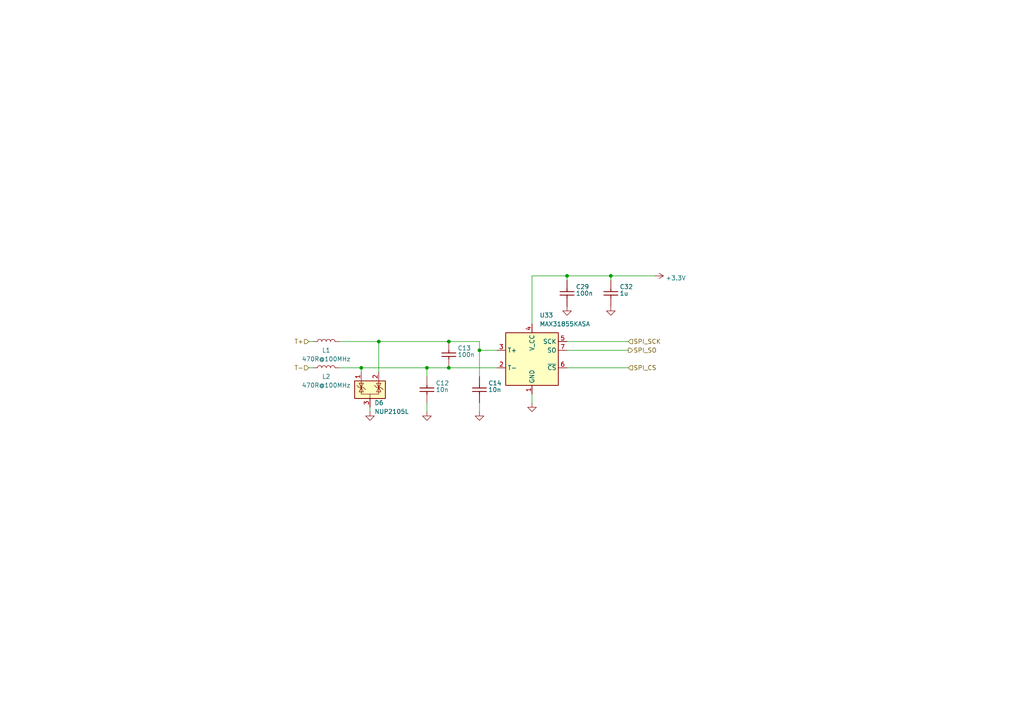
<source format=kicad_sch>
(kicad_sch (version 20231120) (generator "eeschema") (generator_version "8.0")
  (paper "A4")
  (lib_symbols
    (symbol "Device:L" (pin_numbers hide) (pin_names (offset 1.016) hide)
      (property "Reference" "L" (at -1.27 0 90))
      (property "Value" "L" (at 1.905 0 90))
      (symbol "L_0_1"
        (arc (start 0 -2.54) (mid 0.6323 -1.905) (end 0 -1.27))
        (arc (start 0 -1.27) (mid 0.6323 -0.635) (end 0 0))
        (arc (start 0 0) (mid 0.6323 0.635) (end 0 1.27))
        (arc (start 0 1.27) (mid 0.6323 1.905) (end 0 2.54))
      )
      (symbol "L_1_1"
        (pin passive line (at 0 3.81 270) (length 1.27) (name "1") (number "1"))
        (pin passive line (at 0 -3.81 90) (length 1.27) (name "2") (number "2"))
      )
    )
    (symbol "Power_Protection:NUP2105L" (pin_names hide)
      (property "Reference" "D" (at 5.715 2.54 0))
      (property "Value" "NUP2105L" (at 5.715 0.635 0))
      (symbol "NUP2105L_0_0"
        (pin passive line (at 0 -5.08 90) (length 2.54) (name "A") (number "3"))
      )
      (symbol "NUP2105L_0_1"
        (rectangle (start -4.445 2.54) (end 4.445 -2.54) (stroke (width 0.254)) (fill (type background)))
        (polyline (pts (xy -2.54 2.54) (xy -2.54 0.635)))
        (polyline (pts (xy 0 -1.27) (xy 0 -2.54)))
        (polyline (pts (xy 2.54 2.54) (xy 2.54 0.635)))
        (polyline (pts (xy -3.81 1.27) (xy -3.175 0.635) (xy -1.905 0.635) (xy -1.27 0)))
        (polyline (pts (xy -2.54 0.635) (xy -2.54 -1.27) (xy 2.54 -1.27) (xy 2.54 0.635)))
        (polyline (pts (xy -2.54 0.635) (xy -1.905 -0.635) (xy -3.175 -0.635) (xy -2.54 0.635)))
        (polyline (pts (xy 2.54 0.635) (xy 1.905 -0.635) (xy 3.175 -0.635) (xy 2.54 0.635)))
        (polyline (pts (xy 2.54 0.635) (xy 3.175 1.905) (xy 1.905 1.905) (xy 2.54 0.635)))
        (polyline (pts (xy -2.54 0.635) (xy -3.175 1.905) (xy -1.905 1.905) (xy -2.54 0.635) (xy -2.54 1.27)))
        (polyline (pts (xy 1.27 1.27) (xy 1.905 0.635) (xy 2.54 0.635) (xy 3.175 0.635) (xy 3.81 0)))
      )
      (symbol "NUP2105L_1_1"
        (pin passive line (at -2.54 5.08 270) (length 2.54) (name "K") (number "1"))
        (pin passive line (at 2.54 5.08 270) (length 2.54) (name "K") (number "2"))
      )
    )
    (symbol "Sensor_Temperature:MAX31855KASA"
      (property "Reference" "U" (at -7.62 8.89 0))
      (property "Value" "MAX31855KASA" (at 1.27 8.89 0))
      (symbol "MAX31855KASA_0_1"
        (rectangle (start -7.62 7.62) (end 7.62 -7.62) (stroke (width 0.254)) (fill (type background)))
      )
      (symbol "MAX31855KASA_1_1"
        (pin power_in line (at 0 -10.16 90) (length 2.54) (name "GND") (number "1"))
        (pin passive line (at -10.16 -2.54 0) (length 2.54) (name "T-") (number "2"))
        (pin passive line (at -10.16 2.54 0) (length 2.54) (name "T+") (number "3"))
        (pin power_in line (at 0 10.16 270) (length 2.54) (name "V_CC") (number "4"))
        (pin input line (at 10.16 5.08 180) (length 2.54) (name "SCK") (number "5"))
        (pin input line (at 10.16 -2.54 180) (length 2.54) (name "~{CS}") (number "6"))
        (pin tri_state line (at 10.16 2.54 180) (length 2.54) (name "SO") (number "7"))
      )
    )
    (symbol "hellen-one-common:Cap" (pin_numbers hide)
      (property "Reference" "C" (at -3.81 2.54 0))
      (property "Value" "Cap" (at -2.54 -1.27 0))
      (symbol "Cap_1_0"
        (polyline (pts (xy -1.27 0) (xy -0.508 0)) (stroke (width 0.254)))
        (polyline (pts (xy -0.508 -2.032) (xy -0.508 2.032)) (stroke (width 0.254)))
        (polyline (pts (xy 0.508 2.032) (xy 0.508 -2.032)) (stroke (width 0.254)))
        (polyline (pts (xy 1.27 0) (xy 0.508 0)) (stroke (width 0.254)))
        (pin passive line (at -3.81 0 0) (length 2.54) (name "") (number "1"))
        (pin passive line (at 3.81 0 180) (length 2.54) (name "") (number "2"))
      )
    )
    (symbol "power:+3.3V" (power) (pin_names (offset 0))
      (property "Value" "+3.3V" (at 0 3.556 0))
      (symbol "+3.3V_0_1"
        (polyline (pts (xy -0.762 1.27) (xy 0 2.54)))
        (polyline (pts (xy 0 0) (xy 0 2.54)))
        (polyline (pts (xy 0 2.54) (xy 0.762 1.27)))
      )
      (symbol "+3.3V_1_1"
        (pin power_in line (at 0 0 90) (length 0) hide (name "+3.3V") (number "1"))
      )
    )
    (symbol "power:GND" (power) (pin_names (offset 0))
      (property "Value" "GND" (at 0 -3.81 0))
      (symbol "GND_0_1"
        (polyline (pts (xy 0 0) (xy 0 -1.27) (xy 1.27 -1.27) (xy 0 -2.54) (xy -1.27 -1.27) (xy 0 -1.27)))
      )
      (symbol "GND_1_1"
        (pin power_in line (at 0 0 270) (length 0) hide (name "GND") (number "1"))
      )
    )
  )
  (junction (at 177.165 80.01))
  (junction (at 130.175 106.68))
  (junction (at 104.775 106.68))
  (junction (at 130.175 99.06))
  (junction (at 109.855 99.06))
  (junction (at 123.825 106.68))
  (junction (at 164.465 80.01))
  (junction (at 139.065 101.6))
  (wire (pts (xy 177.165 80.01) (xy 177.165 81.28)))
  (wire (pts (xy 109.855 99.06) (xy 109.855 107.95)))
  (wire (pts (xy 89.535 106.68) (xy 90.805 106.68)))
  (wire (pts (xy 130.175 99.06) (xy 139.065 99.06)))
  (wire (pts (xy 104.775 106.68) (xy 123.825 106.68)))
  (wire (pts (xy 139.065 99.06) (xy 139.065 101.6)))
  (wire (pts (xy 89.535 99.06) (xy 90.805 99.06)))
  (wire (pts (xy 154.305 80.01) (xy 164.465 80.01)))
  (wire (pts (xy 154.305 93.98) (xy 154.305 80.01)))
  (wire (pts (xy 139.065 101.6) (xy 144.145 101.6)))
  (wire (pts (xy 107.315 119.38) (xy 107.315 118.11)))
  (wire (pts (xy 98.425 99.06) (xy 109.855 99.06)))
  (wire (pts (xy 154.305 114.3) (xy 154.305 116.84)))
  (wire (pts (xy 123.825 116.84) (xy 123.825 119.38)))
  (wire (pts (xy 164.465 101.6) (xy 182.245 101.6)))
  (wire (pts (xy 164.465 99.06) (xy 182.245 99.06)))
  (wire (pts (xy 177.165 80.01) (xy 189.865 80.01)))
  (wire (pts (xy 104.775 106.68) (xy 104.775 107.95)))
  (wire (pts (xy 139.065 116.84) (xy 139.065 119.38)))
  (wire (pts (xy 109.855 99.06) (xy 130.175 99.06)))
  (wire (pts (xy 139.065 101.6) (xy 139.065 109.22)))
  (wire (pts (xy 164.465 80.01) (xy 164.465 81.28)))
  (wire (pts (xy 123.825 106.68) (xy 130.175 106.68)))
  (wire (pts (xy 98.425 106.68) (xy 104.775 106.68)))
  (wire (pts (xy 123.825 106.68) (xy 123.825 109.22)))
  (wire (pts (xy 164.465 80.01) (xy 177.165 80.01)))
  (wire (pts (xy 164.465 106.68) (xy 182.245 106.68)))
  (wire (pts (xy 130.175 106.68) (xy 144.145 106.68)))
  (hierarchical_label "SPI_CS" (shape input) (at 182.245 106.68 0))
  (hierarchical_label "SPI_SCK" (shape input) (at 182.245 99.06 0))
  (hierarchical_label "T-" (shape input) (at 89.535 106.68 180))
  (hierarchical_label "T+" (shape input) (at 89.535 99.06 180))
  (hierarchical_label "SPI_SO" (shape output) (at 182.245 101.6 0))
  (symbol (lib_id "Device:L") (at 94.615 106.68 90) (unit 1)
    (property "Reference" "L2" (at 94.615 109.22 90))
    (property "Value" "470R@100MHz" (at 94.615 111.76 90))
    (property "Footprint" "Inductor_SMD:L_0603_1608Metric" (effects (hide yes)))
    (property "LCSC" "C97853" (effects (hide yes)))
    (property "PN" "BLM18PG471SN1D" (effects (hide yes)))
  )
  (symbol (lib_id "power:GND") (at 139.065 119.38 0) (unit 1)
    (property "Reference" "#PWR028" (effects (hide yes)))
    (property "Value" "GND" (effects (hide yes)))
    (instances (project "ECUGDI" (path "" (reference "#PWR028") (unit 1))) (project "uaefi" (path "" (reference "#PWR0107") (unit 1))))
  )
  (symbol (lib_id "power:+3.3V") (at 189.865 80.01 270) (unit 1)
    (property "Reference" "#PWR0300" (effects (hide yes)))
    (property "Value" "+3.3V" (at 193.04 80.645 90) (effects (justify left)))
  )
  (symbol (lib_id "Device:L") (at 94.615 99.06 90) (unit 1)
    (property "Reference" "L1" (at 94.615 101.6 90))
    (property "Value" "470R@100MHz" (at 94.615 104.14 90))
    (property "Footprint" "Inductor_SMD:L_0603_1608Metric" (effects (hide yes)))
    (property "LCSC" "C97853" (effects (hide yes)))
    (property "PN" "BLM18PG471SN1D" (effects (hide yes)))
  )
  (symbol (lib_id "power:GND") (at 164.465 88.9 0) (unit 1)
    (property "Reference" "#PWR030" (effects (hide yes)))
    (property "Value" "GND" (effects (hide yes)))
    (instances (project "ECUGDI" (path "" (reference "#PWR030") (unit 1))) (project "uaefi" (path "" (reference "#PWR0109") (unit 1))))
  )
  (symbol (lib_id "hellen-one-common:Cap") (at 123.825 113.03 90) (unit 1)
    (property "Reference" "C12" (at 126.365 111.125 90) (effects (justify right)))
    (property "Value" "10n" (at 126.365 113.03 90) (effects (justify right)))
    (property "Footprint" "hellen-one-common:C0603" (effects (hide yes)))
    (property "LCSC" "C57112" (effects (hide yes)))
    (property "PN" "0603B103K500NT" (effects (hide yes)))
    (instances (project "ECUGDI" (path "" (reference "C12") (unit 1))) (project "hellen-112-17" (path "" (reference "C?") (unit 1))) (project "uaefi" (path "" (reference "C28") (unit 1))))
  )
  (symbol (lib_id "power:GND") (at 177.165 88.9 0) (unit 1)
    (property "Reference" "#PWR0299" (effects (hide yes)))
    (property "Value" "GND" (effects (hide yes)))
    (instances (project "ECUGDI" (path "" (reference "#PWR0299") (unit 1))) (project "uaefi" (path "" (reference "#PWR0110") (unit 1))))
  )
  (symbol (lib_id "hellen-one-common:Cap") (at 130.175 102.87 90) (unit 1)
    (property "Reference" "C13" (at 132.715 100.965 90) (effects (justify right)))
    (property "Value" "100n" (at 132.715 102.87 90) (effects (justify right)))
    (property "Footprint" "hellen-one-common:C0603" (effects (hide yes)))
    (property "LCSC" "C14663" (effects (hide yes)))
    (property "PN" "CC0603KRX7R9BB104" (effects (hide yes)))
    (instances (project "ECUGDI" (path "" (reference "C13") (unit 1))) (project "hellen-112-17" (path "" (reference "C?") (unit 1))) (project "uaefi" (path "" (reference "C29") (unit 1))))
  )
  (symbol (lib_id "power:GND") (at 123.825 119.38 0) (unit 1)
    (property "Reference" "#PWR026" (effects (hide yes)))
    (property "Value" "GND" (effects (hide yes)))
    (instances (project "ECUGDI" (path "" (reference "#PWR026") (unit 1))) (project "uaefi" (path "" (reference "#PWR0106") (unit 1))))
  )
  (symbol (lib_id "Power_Protection:NUP2105L") (at 107.315 113.03 0) (unit 1)
    (property "Reference" "D6" (at 108.585 116.84 0) (effects (justify left)))
    (property "Value" "NUP2105L" (at 108.585 119.38 0) (effects (justify left)))
    (property "Footprint" "Package_TO_SOT_SMD:SOT-23" (effects (hide yes)))
    (property "Datasheet" "http://www.onsemi.com/pub_link/Collateral/NUP2105L-D.PDF" (effects (hide yes)))
    (property "LCSC" "C284104" (effects (hide yes)))
    (property "PN" "NUP2105L" (effects (hide yes)))
    (instances (project "ECUGDI" (path "" (reference "D6") (unit 1))) (project "uaefi" (path "" (reference "D8") (unit 1))))
  )
  (symbol (lib_id "hellen-one-common:Cap") (at 164.465 85.09 90) (unit 1)
    (property "Reference" "C29" (at 167.005 83.185 90) (effects (justify right)))
    (property "Value" "100n" (at 167.005 85.09 90) (effects (justify right)))
    (property "Footprint" "hellen-one-common:C0603" (effects (hide yes)))
    (property "LCSC" "C14663" (effects (hide yes)))
    (property "PN" "CC0603KRX7R9BB104" (effects (hide yes)))
    (instances (project "ECUGDI" (path "" (reference "C29") (unit 1))) (project "hellen-112-17" (path "" (reference "C?") (unit 1))) (project "uaefi" (path "" (reference "C31") (unit 1))))
  )
  (symbol (lib_id "Sensor_Temperature:MAX31855KASA") (at 154.305 104.14 0) (unit 1)
    (property "Reference" "U33" (at 156.4991 91.44 0) (effects (justify left)))
    (property "Value" "MAX31855KASA" (at 156.4991 93.98 0) (effects (justify left)))
    (property "Footprint" "Package_SO:SOIC-8_3.9x4.9mm_P1.27mm" (effects (hide yes)))
    (property "Datasheet" "http://datasheets.maximintegrated.com/en/ds/MAX31855.pdf" (effects (hide yes)))
    (property "LCSC" "C52028" (effects (hide yes)))
    (property "PN" "MAX31855KASA+T" (effects (hide yes)))
    (instances (project "ECUGDI" (path "" (reference "U33") (unit 1))) (project "uaefi" (path "" (reference "U4") (unit 1))))
  )
  (symbol (lib_id "hellen-one-common:Cap") (at 177.165 85.09 90) (unit 1)
    (property "Reference" "C32" (at 179.705 83.185 90) (effects (justify right)))
    (property "Value" "1u" (at 179.705 85.09 90) (effects (justify right)))
    (property "Footprint" "hellen-one-common:C0603" (effects (hide yes)))
    (property "LCSC" "C15849" (effects (hide yes)))
    (property "PN" "CL10A105KB8NNNC" (effects (hide yes)))
    (instances (project "ECUGDI" (path "" (reference "C32") (unit 1))) (project "hellen-112-17" (path "" (reference "C?") (unit 1))) (project "uaefi" (path "" (reference "C32") (unit 1))))
  )
  (symbol (lib_id "hellen-one-common:Cap") (at 139.065 113.03 90) (unit 1)
    (property "Reference" "C14" (at 141.605 111.125 90) (effects (justify right)))
    (property "Value" "10n" (at 141.605 113.03 90) (effects (justify right)))
    (property "Footprint" "hellen-one-common:C0603" (effects (hide yes)))
    (property "LCSC" "C57112" (effects (hide yes)))
    (property "PN" "0603B103K500NT" (effects (hide yes)))
    (instances (project "ECUGDI" (path "" (reference "C14") (unit 1))) (project "hellen-112-17" (path "" (reference "C?") (unit 1))) (project "uaefi" (path "" (reference "C30") (unit 1))))
  )
  (symbol (lib_id "power:GND") (at 154.305 116.84 0) (unit 1)
    (property "Reference" "#PWR029" (effects (hide yes)))
    (property "Value" "GND" (effects (hide yes)))
    (instances (project "ECUGDI" (path "" (reference "#PWR029") (unit 1))) (project "uaefi" (path "" (reference "#PWR0108") (unit 1))))
  )
  (symbol (lib_id "power:GND") (at 107.315 119.38 0) (unit 1)
    (property "Reference" "#PWR025" (effects (hide yes)))
    (property "Value" "GND" (effects (hide yes)))
    (instances (project "ECUGDI" (path "" (reference "#PWR025") (unit 1))) (project "uaefi" (path "" (reference "#PWR0105") (unit 1))))
  )
)
</source>
